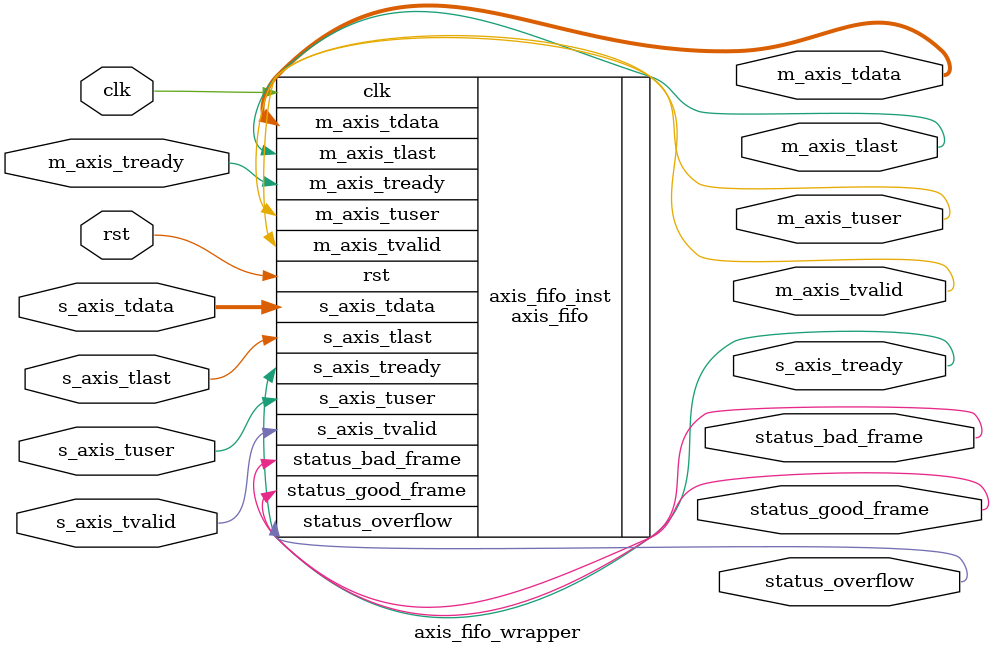
<source format=sv>
module axis_fifo_wrapper #(
    parameter ADDR_WIDTH = 6,
    parameter DATA_WIDTH = 32,
    parameter USER_WIDTH = 1
)
(
    input logic clk,
    input logic rst,

    /*
     * AXI input
     */
    input  logic [DATA_WIDTH-1:0]  s_axis_tdata,
    input  logic                   s_axis_tvalid,
    output logic                   s_axis_tready,
    input  logic                   s_axis_tlast,
    input  logic [USER_WIDTH-1:0]  s_axis_tuser,

    /*
     * AXI output
     */
    output logic [DATA_WIDTH-1:0]  m_axis_tdata,
    output logic                   m_axis_tvalid,
    input  logic                   m_axis_tready,
    output logic                   m_axis_tlast,
    output logic [USER_WIDTH-1:0]  m_axis_tuser,

    /*
     * Status
     */
    output logic                   status_overflow,
    output logic                   status_bad_frame,
    output logic                   status_good_frame
);

    axis_fifo #(
        .ADDR_WIDTH(ADDR_WIDTH),
        .DATA_WIDTH(DATA_WIDTH),
        .LAST_ENABLE(1),
        .ID_ENABLE(0),
        .DEST_ENABLE(0),
        .USER_ENABLE(1),
        .USER_WIDTH(USER_WIDTH),
        .FRAME_FIFO(1),
        .DROP_BAD_FRAME(0),
        .DROP_WHEN_FULL(0)
    ) axis_fifo_inst (
        .clk(clk),
        .rst(rst),
        .s_axis_tdata(s_axis_tdata),
        .s_axis_tvalid(s_axis_tvalid),
        .s_axis_tready(s_axis_tready),
        .s_axis_tlast(s_axis_tlast),
        .s_axis_tuser(s_axis_tuser),
        .m_axis_tdata(m_axis_tdata),
        .m_axis_tvalid(m_axis_tvalid),
        .m_axis_tready(m_axis_tready),
        .m_axis_tlast(m_axis_tlast),
        .m_axis_tuser(m_axis_tuser),
        .status_overflow(status_overflow),
        .status_bad_frame(status_bad_frame),
        .status_good_frame(status_good_frame)
    );

endmodule

</source>
